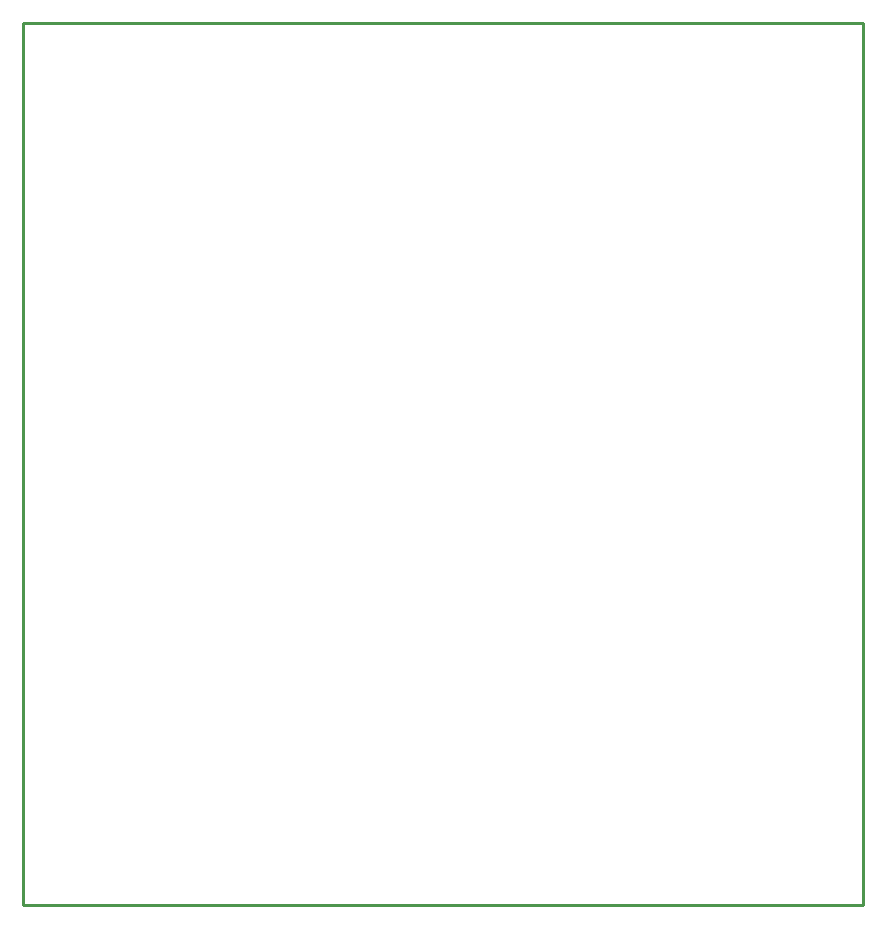
<source format=gko>
G04 Layer: BoardOutlineLayer*
G04 EasyEDA v6.5.40, 2024-08-12 13:02:19*
G04 6ed52e104c50462789560134f86f8d0d,8913b61fcc3f40a88925c8db200aa785,10*
G04 Gerber Generator version 0.2*
G04 Scale: 100 percent, Rotated: No, Reflected: No *
G04 Dimensions in millimeters *
G04 leading zeros omitted , absolute positions ,4 integer and 5 decimal *
%FSLAX45Y45*%
%MOMM*%

%ADD10C,0.2540*%
D10*
X2578100Y7505700D02*
G01*
X9690100Y7505700D01*
X9690100Y38100D01*
X2578100Y38100D01*
X2578100Y7505700D01*

%LPD*%
M02*

</source>
